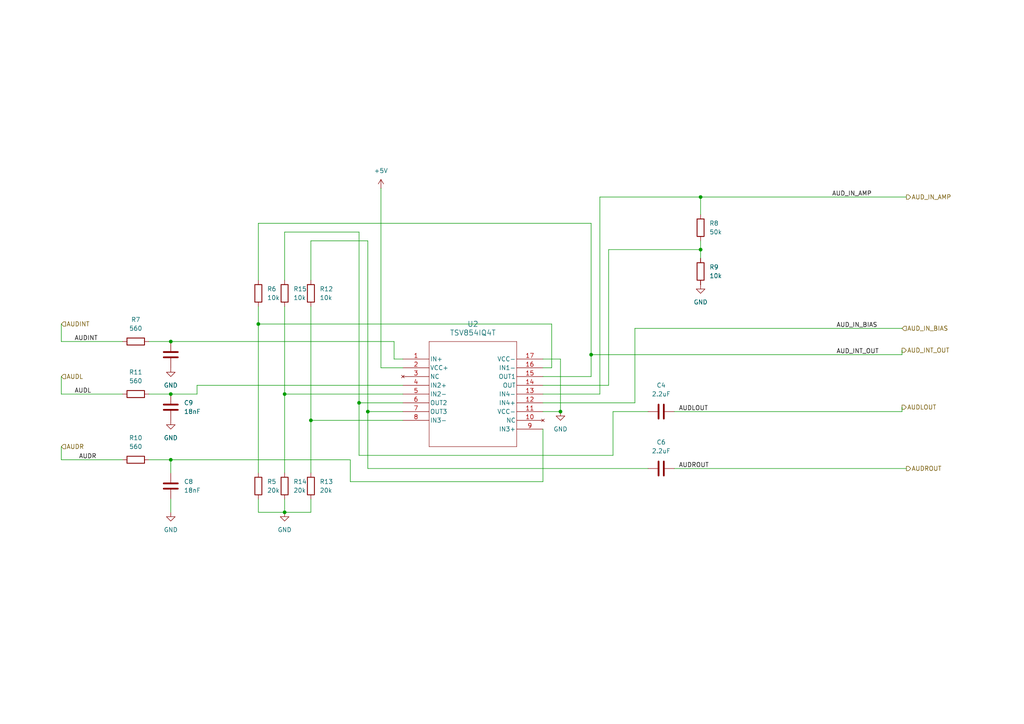
<source format=kicad_sch>
(kicad_sch
	(version 20250114)
	(generator "eeschema")
	(generator_version "9.0")
	(uuid "0d9d09b5-90ba-4c19-8042-ba33067acef6")
	(paper "A4")
	(lib_symbols
		(symbol "Device:C"
			(pin_numbers
				(hide yes)
			)
			(pin_names
				(offset 0.254)
			)
			(exclude_from_sim no)
			(in_bom yes)
			(on_board yes)
			(property "Reference" "C"
				(at 0.635 2.54 0)
				(effects
					(font
						(size 1.27 1.27)
					)
					(justify left)
				)
			)
			(property "Value" "C"
				(at 0.635 -2.54 0)
				(effects
					(font
						(size 1.27 1.27)
					)
					(justify left)
				)
			)
			(property "Footprint" ""
				(at 0.9652 -3.81 0)
				(effects
					(font
						(size 1.27 1.27)
					)
					(hide yes)
				)
			)
			(property "Datasheet" "~"
				(at 0 0 0)
				(effects
					(font
						(size 1.27 1.27)
					)
					(hide yes)
				)
			)
			(property "Description" "Unpolarized capacitor"
				(at 0 0 0)
				(effects
					(font
						(size 1.27 1.27)
					)
					(hide yes)
				)
			)
			(property "ki_keywords" "cap capacitor"
				(at 0 0 0)
				(effects
					(font
						(size 1.27 1.27)
					)
					(hide yes)
				)
			)
			(property "ki_fp_filters" "C_*"
				(at 0 0 0)
				(effects
					(font
						(size 1.27 1.27)
					)
					(hide yes)
				)
			)
			(symbol "C_0_1"
				(polyline
					(pts
						(xy -2.032 0.762) (xy 2.032 0.762)
					)
					(stroke
						(width 0.508)
						(type default)
					)
					(fill
						(type none)
					)
				)
				(polyline
					(pts
						(xy -2.032 -0.762) (xy 2.032 -0.762)
					)
					(stroke
						(width 0.508)
						(type default)
					)
					(fill
						(type none)
					)
				)
			)
			(symbol "C_1_1"
				(pin passive line
					(at 0 3.81 270)
					(length 2.794)
					(name "~"
						(effects
							(font
								(size 1.27 1.27)
							)
						)
					)
					(number "1"
						(effects
							(font
								(size 1.27 1.27)
							)
						)
					)
				)
				(pin passive line
					(at 0 -3.81 90)
					(length 2.794)
					(name "~"
						(effects
							(font
								(size 1.27 1.27)
							)
						)
					)
					(number "2"
						(effects
							(font
								(size 1.27 1.27)
							)
						)
					)
				)
			)
			(embedded_fonts no)
		)
		(symbol "Device:R"
			(pin_numbers
				(hide yes)
			)
			(pin_names
				(offset 0)
			)
			(exclude_from_sim no)
			(in_bom yes)
			(on_board yes)
			(property "Reference" "R"
				(at 2.032 0 90)
				(effects
					(font
						(size 1.27 1.27)
					)
				)
			)
			(property "Value" "R"
				(at 0 0 90)
				(effects
					(font
						(size 1.27 1.27)
					)
				)
			)
			(property "Footprint" ""
				(at -1.778 0 90)
				(effects
					(font
						(size 1.27 1.27)
					)
					(hide yes)
				)
			)
			(property "Datasheet" "~"
				(at 0 0 0)
				(effects
					(font
						(size 1.27 1.27)
					)
					(hide yes)
				)
			)
			(property "Description" "Resistor"
				(at 0 0 0)
				(effects
					(font
						(size 1.27 1.27)
					)
					(hide yes)
				)
			)
			(property "ki_keywords" "R res resistor"
				(at 0 0 0)
				(effects
					(font
						(size 1.27 1.27)
					)
					(hide yes)
				)
			)
			(property "ki_fp_filters" "R_*"
				(at 0 0 0)
				(effects
					(font
						(size 1.27 1.27)
					)
					(hide yes)
				)
			)
			(symbol "R_0_1"
				(rectangle
					(start -1.016 -2.54)
					(end 1.016 2.54)
					(stroke
						(width 0.254)
						(type default)
					)
					(fill
						(type none)
					)
				)
			)
			(symbol "R_1_1"
				(pin passive line
					(at 0 3.81 270)
					(length 1.27)
					(name "~"
						(effects
							(font
								(size 1.27 1.27)
							)
						)
					)
					(number "1"
						(effects
							(font
								(size 1.27 1.27)
							)
						)
					)
				)
				(pin passive line
					(at 0 -3.81 90)
					(length 1.27)
					(name "~"
						(effects
							(font
								(size 1.27 1.27)
							)
						)
					)
					(number "2"
						(effects
							(font
								(size 1.27 1.27)
							)
						)
					)
				)
			)
			(embedded_fonts no)
		)
		(symbol "power:+5V"
			(power)
			(pin_numbers
				(hide yes)
			)
			(pin_names
				(offset 0)
				(hide yes)
			)
			(exclude_from_sim no)
			(in_bom yes)
			(on_board yes)
			(property "Reference" "#PWR"
				(at 0 -3.81 0)
				(effects
					(font
						(size 1.27 1.27)
					)
					(hide yes)
				)
			)
			(property "Value" "+5V"
				(at 0 3.556 0)
				(effects
					(font
						(size 1.27 1.27)
					)
				)
			)
			(property "Footprint" ""
				(at 0 0 0)
				(effects
					(font
						(size 1.27 1.27)
					)
					(hide yes)
				)
			)
			(property "Datasheet" ""
				(at 0 0 0)
				(effects
					(font
						(size 1.27 1.27)
					)
					(hide yes)
				)
			)
			(property "Description" "Power symbol creates a global label with name \"+5V\""
				(at 0 0 0)
				(effects
					(font
						(size 1.27 1.27)
					)
					(hide yes)
				)
			)
			(property "ki_keywords" "global power"
				(at 0 0 0)
				(effects
					(font
						(size 1.27 1.27)
					)
					(hide yes)
				)
			)
			(symbol "+5V_0_1"
				(polyline
					(pts
						(xy -0.762 1.27) (xy 0 2.54)
					)
					(stroke
						(width 0)
						(type default)
					)
					(fill
						(type none)
					)
				)
				(polyline
					(pts
						(xy 0 2.54) (xy 0.762 1.27)
					)
					(stroke
						(width 0)
						(type default)
					)
					(fill
						(type none)
					)
				)
				(polyline
					(pts
						(xy 0 0) (xy 0 2.54)
					)
					(stroke
						(width 0)
						(type default)
					)
					(fill
						(type none)
					)
				)
			)
			(symbol "+5V_1_1"
				(pin power_in line
					(at 0 0 90)
					(length 0)
					(name "~"
						(effects
							(font
								(size 1.27 1.27)
							)
						)
					)
					(number "1"
						(effects
							(font
								(size 1.27 1.27)
							)
						)
					)
				)
			)
			(embedded_fonts no)
		)
		(symbol "power:GND"
			(power)
			(pin_numbers
				(hide yes)
			)
			(pin_names
				(offset 0)
				(hide yes)
			)
			(exclude_from_sim no)
			(in_bom yes)
			(on_board yes)
			(property "Reference" "#PWR"
				(at 0 -6.35 0)
				(effects
					(font
						(size 1.27 1.27)
					)
					(hide yes)
				)
			)
			(property "Value" "GND"
				(at 0 -3.81 0)
				(effects
					(font
						(size 1.27 1.27)
					)
				)
			)
			(property "Footprint" ""
				(at 0 0 0)
				(effects
					(font
						(size 1.27 1.27)
					)
					(hide yes)
				)
			)
			(property "Datasheet" ""
				(at 0 0 0)
				(effects
					(font
						(size 1.27 1.27)
					)
					(hide yes)
				)
			)
			(property "Description" "Power symbol creates a global label with name \"GND\" , ground"
				(at 0 0 0)
				(effects
					(font
						(size 1.27 1.27)
					)
					(hide yes)
				)
			)
			(property "ki_keywords" "global power"
				(at 0 0 0)
				(effects
					(font
						(size 1.27 1.27)
					)
					(hide yes)
				)
			)
			(symbol "GND_0_1"
				(polyline
					(pts
						(xy 0 0) (xy 0 -1.27) (xy 1.27 -1.27) (xy 0 -2.54) (xy -1.27 -1.27) (xy 0 -1.27)
					)
					(stroke
						(width 0)
						(type default)
					)
					(fill
						(type none)
					)
				)
			)
			(symbol "GND_1_1"
				(pin power_in line
					(at 0 0 270)
					(length 0)
					(name "~"
						(effects
							(font
								(size 1.27 1.27)
							)
						)
					)
					(number "1"
						(effects
							(font
								(size 1.27 1.27)
							)
						)
					)
				)
			)
			(embedded_fonts no)
		)
		(symbol "tsv854:TSV854IQ4T"
			(pin_names
				(offset 0.254)
			)
			(exclude_from_sim no)
			(in_bom yes)
			(on_board yes)
			(property "Reference" "U"
				(at 20.32 10.16 0)
				(effects
					(font
						(size 1.524 1.524)
					)
				)
			)
			(property "Value" "TSV854IQ4T"
				(at 20.32 7.62 0)
				(effects
					(font
						(size 1.524 1.524)
					)
				)
			)
			(property "Footprint" "QFN16_3X3_STM"
				(at 0 0 0)
				(effects
					(font
						(size 1.27 1.27)
						(italic yes)
					)
					(hide yes)
				)
			)
			(property "Datasheet" "TSV854IQ4T"
				(at 0 0 0)
				(effects
					(font
						(size 1.27 1.27)
						(italic yes)
					)
					(hide yes)
				)
			)
			(property "Description" ""
				(at 0 0 0)
				(effects
					(font
						(size 1.27 1.27)
					)
					(hide yes)
				)
			)
			(property "ki_locked" ""
				(at 0 0 0)
				(effects
					(font
						(size 1.27 1.27)
					)
				)
			)
			(property "ki_keywords" "TSV854IQ4T"
				(at 0 0 0)
				(effects
					(font
						(size 1.27 1.27)
					)
					(hide yes)
				)
			)
			(property "ki_fp_filters" "QFN16_3X3_STM QFN16_3X3_STM-M QFN16_3X3_STM-L"
				(at 0 0 0)
				(effects
					(font
						(size 1.27 1.27)
					)
					(hide yes)
				)
			)
			(symbol "TSV854IQ4T_0_1"
				(polyline
					(pts
						(xy 7.62 5.08) (xy 7.62 -25.4)
					)
					(stroke
						(width 0.127)
						(type default)
					)
					(fill
						(type none)
					)
				)
				(polyline
					(pts
						(xy 7.62 -25.4) (xy 33.02 -25.4)
					)
					(stroke
						(width 0.127)
						(type default)
					)
					(fill
						(type none)
					)
				)
				(polyline
					(pts
						(xy 33.02 5.08) (xy 7.62 5.08)
					)
					(stroke
						(width 0.127)
						(type default)
					)
					(fill
						(type none)
					)
				)
				(polyline
					(pts
						(xy 33.02 -25.4) (xy 33.02 5.08)
					)
					(stroke
						(width 0.127)
						(type default)
					)
					(fill
						(type none)
					)
				)
				(pin input line
					(at 0 0 0)
					(length 7.62)
					(name "IN+"
						(effects
							(font
								(size 1.27 1.27)
							)
						)
					)
					(number "1"
						(effects
							(font
								(size 1.27 1.27)
							)
						)
					)
				)
				(pin power_in line
					(at 0 -2.54 0)
					(length 7.62)
					(name "VCC+"
						(effects
							(font
								(size 1.27 1.27)
							)
						)
					)
					(number "2"
						(effects
							(font
								(size 1.27 1.27)
							)
						)
					)
				)
				(pin no_connect line
					(at 0 -5.08 0)
					(length 7.62)
					(name "NC"
						(effects
							(font
								(size 1.27 1.27)
							)
						)
					)
					(number "3"
						(effects
							(font
								(size 1.27 1.27)
							)
						)
					)
				)
				(pin input line
					(at 0 -7.62 0)
					(length 7.62)
					(name "IN2+"
						(effects
							(font
								(size 1.27 1.27)
							)
						)
					)
					(number "4"
						(effects
							(font
								(size 1.27 1.27)
							)
						)
					)
				)
				(pin input line
					(at 0 -10.16 0)
					(length 7.62)
					(name "IN2-"
						(effects
							(font
								(size 1.27 1.27)
							)
						)
					)
					(number "5"
						(effects
							(font
								(size 1.27 1.27)
							)
						)
					)
				)
				(pin output line
					(at 0 -12.7 0)
					(length 7.62)
					(name "OUT2"
						(effects
							(font
								(size 1.27 1.27)
							)
						)
					)
					(number "6"
						(effects
							(font
								(size 1.27 1.27)
							)
						)
					)
				)
				(pin output line
					(at 0 -15.24 0)
					(length 7.62)
					(name "OUT3"
						(effects
							(font
								(size 1.27 1.27)
							)
						)
					)
					(number "7"
						(effects
							(font
								(size 1.27 1.27)
							)
						)
					)
				)
				(pin input line
					(at 0 -17.78 0)
					(length 7.62)
					(name "IN3-"
						(effects
							(font
								(size 1.27 1.27)
							)
						)
					)
					(number "8"
						(effects
							(font
								(size 1.27 1.27)
							)
						)
					)
				)
				(pin power_in line
					(at 40.64 0 180)
					(length 7.62)
					(name "VCC-"
						(effects
							(font
								(size 1.27 1.27)
							)
						)
					)
					(number "17"
						(effects
							(font
								(size 1.27 1.27)
							)
						)
					)
				)
				(pin input line
					(at 40.64 -2.54 180)
					(length 7.62)
					(name "IN1-"
						(effects
							(font
								(size 1.27 1.27)
							)
						)
					)
					(number "16"
						(effects
							(font
								(size 1.27 1.27)
							)
						)
					)
				)
				(pin output line
					(at 40.64 -5.08 180)
					(length 7.62)
					(name "OUT1"
						(effects
							(font
								(size 1.27 1.27)
							)
						)
					)
					(number "15"
						(effects
							(font
								(size 1.27 1.27)
							)
						)
					)
				)
				(pin output line
					(at 40.64 -7.62 180)
					(length 7.62)
					(name "OUT"
						(effects
							(font
								(size 1.27 1.27)
							)
						)
					)
					(number "14"
						(effects
							(font
								(size 1.27 1.27)
							)
						)
					)
				)
				(pin input line
					(at 40.64 -10.16 180)
					(length 7.62)
					(name "IN4-"
						(effects
							(font
								(size 1.27 1.27)
							)
						)
					)
					(number "13"
						(effects
							(font
								(size 1.27 1.27)
							)
						)
					)
				)
				(pin input line
					(at 40.64 -12.7 180)
					(length 7.62)
					(name "IN4+"
						(effects
							(font
								(size 1.27 1.27)
							)
						)
					)
					(number "12"
						(effects
							(font
								(size 1.27 1.27)
							)
						)
					)
				)
				(pin power_in line
					(at 40.64 -15.24 180)
					(length 7.62)
					(name "VCC-"
						(effects
							(font
								(size 1.27 1.27)
							)
						)
					)
					(number "11"
						(effects
							(font
								(size 1.27 1.27)
							)
						)
					)
				)
				(pin no_connect line
					(at 40.64 -17.78 180)
					(length 7.62)
					(name "NC"
						(effects
							(font
								(size 1.27 1.27)
							)
						)
					)
					(number "10"
						(effects
							(font
								(size 1.27 1.27)
							)
						)
					)
				)
				(pin input line
					(at 40.64 -20.32 180)
					(length 7.62)
					(name "IN3+"
						(effects
							(font
								(size 1.27 1.27)
							)
						)
					)
					(number "9"
						(effects
							(font
								(size 1.27 1.27)
							)
						)
					)
				)
			)
			(embedded_fonts no)
		)
	)
	(junction
		(at 104.14 116.84)
		(diameter 0)
		(color 0 0 0 0)
		(uuid "2ffee229-b72a-4ba7-8b01-af9ca16bc921")
	)
	(junction
		(at 203.2 72.39)
		(diameter 0)
		(color 0 0 0 0)
		(uuid "37578e09-3225-4dc3-b3f4-e563b3ed4488")
	)
	(junction
		(at 90.17 121.92)
		(diameter 0)
		(color 0 0 0 0)
		(uuid "49cb0b6f-5c76-4a29-b25f-eb6ff014cf96")
	)
	(junction
		(at 49.53 133.35)
		(diameter 0)
		(color 0 0 0 0)
		(uuid "6d3fd435-4cae-482d-9ced-70aa5794d7e8")
	)
	(junction
		(at 203.2 57.15)
		(diameter 0)
		(color 0 0 0 0)
		(uuid "7dc97c82-b5d3-4bb8-971c-250eec6dc043")
	)
	(junction
		(at 82.55 148.59)
		(diameter 0)
		(color 0 0 0 0)
		(uuid "8816735e-3775-41f5-845d-01af961798cf")
	)
	(junction
		(at 49.53 99.06)
		(diameter 0)
		(color 0 0 0 0)
		(uuid "91ab528f-a75f-4311-a7e7-31f8bc72cab0")
	)
	(junction
		(at 171.45 102.87)
		(diameter 0)
		(color 0 0 0 0)
		(uuid "d2e92a07-fe40-438f-b358-ee6add87b48e")
	)
	(junction
		(at 74.93 93.98)
		(diameter 0)
		(color 0 0 0 0)
		(uuid "d3d8af00-d6d3-4437-a8e7-73b84939e090")
	)
	(junction
		(at 49.53 114.3)
		(diameter 0)
		(color 0 0 0 0)
		(uuid "d4871015-7b02-430b-883f-56fff6e17c3e")
	)
	(junction
		(at 162.56 119.38)
		(diameter 0)
		(color 0 0 0 0)
		(uuid "dd5acc39-1aac-4ddc-bd00-29eae6cc968e")
	)
	(junction
		(at 106.68 119.38)
		(diameter 0)
		(color 0 0 0 0)
		(uuid "e6661e37-932a-42ea-b70a-f111d856d481")
	)
	(junction
		(at 82.55 114.3)
		(diameter 0)
		(color 0 0 0 0)
		(uuid "ffd66eda-62cc-4287-ba40-ae65838a106a")
	)
	(wire
		(pts
			(xy 171.45 102.87) (xy 171.45 64.77)
		)
		(stroke
			(width 0)
			(type default)
		)
		(uuid "01a5abd4-59cb-4e57-ab9d-a93201d5ed68")
	)
	(wire
		(pts
			(xy 157.48 109.22) (xy 171.45 109.22)
		)
		(stroke
			(width 0)
			(type default)
		)
		(uuid "0364514e-3d3e-4584-92d0-2c47935efece")
	)
	(wire
		(pts
			(xy 17.78 93.98) (xy 17.78 99.06)
		)
		(stroke
			(width 0)
			(type default)
		)
		(uuid "03a22117-a2b8-4425-8c09-993bfbf4da9b")
	)
	(wire
		(pts
			(xy 114.3 104.14) (xy 114.3 99.06)
		)
		(stroke
			(width 0)
			(type default)
		)
		(uuid "04aba188-583b-4ced-963a-126b19a9530f")
	)
	(wire
		(pts
			(xy 49.53 144.78) (xy 49.53 148.59)
		)
		(stroke
			(width 0)
			(type default)
		)
		(uuid "04c2677a-1c96-40a3-bb94-c28b94480a73")
	)
	(wire
		(pts
			(xy 160.02 93.98) (xy 74.93 93.98)
		)
		(stroke
			(width 0)
			(type default)
		)
		(uuid "057e5d30-a5f2-462c-8661-656f872c96e2")
	)
	(wire
		(pts
			(xy 157.48 119.38) (xy 162.56 119.38)
		)
		(stroke
			(width 0)
			(type default)
		)
		(uuid "058b1392-155f-48ad-979c-165430dd1cc9")
	)
	(wire
		(pts
			(xy 177.8 119.38) (xy 187.96 119.38)
		)
		(stroke
			(width 0)
			(type default)
		)
		(uuid "0801dab3-8fed-4906-a5e6-68d76e7afbb1")
	)
	(wire
		(pts
			(xy 116.84 106.68) (xy 110.49 106.68)
		)
		(stroke
			(width 0)
			(type default)
		)
		(uuid "086b7d16-b96b-47fe-ad90-11abd02c3637")
	)
	(wire
		(pts
			(xy 110.49 54.61) (xy 110.49 106.68)
		)
		(stroke
			(width 0)
			(type default)
		)
		(uuid "1092aa7e-1f04-425c-8e09-a70c12675fd9")
	)
	(wire
		(pts
			(xy 106.68 69.85) (xy 90.17 69.85)
		)
		(stroke
			(width 0)
			(type default)
		)
		(uuid "19d5803e-32b5-47cd-adf8-a2fcdafdf73b")
	)
	(wire
		(pts
			(xy 157.48 124.46) (xy 157.48 139.7)
		)
		(stroke
			(width 0)
			(type default)
		)
		(uuid "19f11729-9ba2-47c5-a7c9-b669b4b70fd7")
	)
	(wire
		(pts
			(xy 261.62 119.38) (xy 261.62 118.11)
		)
		(stroke
			(width 0)
			(type default)
		)
		(uuid "1c862562-2132-425a-ab75-c6d5f62120e4")
	)
	(wire
		(pts
			(xy 173.99 57.15) (xy 173.99 114.3)
		)
		(stroke
			(width 0)
			(type default)
		)
		(uuid "24251544-4b83-400f-aea0-60fb323bbbc5")
	)
	(wire
		(pts
			(xy 176.53 72.39) (xy 176.53 111.76)
		)
		(stroke
			(width 0)
			(type default)
		)
		(uuid "26392363-0227-4473-96c6-d50abb9b42da")
	)
	(wire
		(pts
			(xy 104.14 67.31) (xy 104.14 116.84)
		)
		(stroke
			(width 0)
			(type default)
		)
		(uuid "267ac94d-2527-44a2-a2d8-ebfa150c8627")
	)
	(wire
		(pts
			(xy 74.93 93.98) (xy 74.93 137.16)
		)
		(stroke
			(width 0)
			(type default)
		)
		(uuid "26ce84dc-8e8a-4a5a-af26-0a3b95352067")
	)
	(wire
		(pts
			(xy 43.18 133.35) (xy 49.53 133.35)
		)
		(stroke
			(width 0)
			(type default)
		)
		(uuid "27022f00-f07f-40e0-aaf7-94763a8c8fc6")
	)
	(wire
		(pts
			(xy 104.14 116.84) (xy 104.14 132.08)
		)
		(stroke
			(width 0)
			(type default)
		)
		(uuid "2a661bbd-7da7-4cba-b8fd-38fcad70217b")
	)
	(wire
		(pts
			(xy 82.55 114.3) (xy 116.84 114.3)
		)
		(stroke
			(width 0)
			(type default)
		)
		(uuid "2c4d6bd0-c3ec-44ca-9011-32ae62413621")
	)
	(wire
		(pts
			(xy 43.18 114.3) (xy 49.53 114.3)
		)
		(stroke
			(width 0)
			(type default)
		)
		(uuid "2f3294ad-7aa3-4c11-9b9b-8a117bd89e8a")
	)
	(wire
		(pts
			(xy 171.45 102.87) (xy 261.62 102.87)
		)
		(stroke
			(width 0)
			(type default)
		)
		(uuid "35a0aa94-12a2-4e72-8524-9dd134f96356")
	)
	(wire
		(pts
			(xy 74.93 144.78) (xy 74.93 148.59)
		)
		(stroke
			(width 0)
			(type default)
		)
		(uuid "3677360b-b8b0-4947-875f-a0143a0ae3fb")
	)
	(wire
		(pts
			(xy 82.55 148.59) (xy 90.17 148.59)
		)
		(stroke
			(width 0)
			(type default)
		)
		(uuid "3b843b7f-1a2f-4465-bdc9-91d87cff901e")
	)
	(wire
		(pts
			(xy 101.6 133.35) (xy 101.6 139.7)
		)
		(stroke
			(width 0)
			(type default)
		)
		(uuid "3d1344c7-2672-4c77-98a7-9275753c528d")
	)
	(wire
		(pts
			(xy 74.93 148.59) (xy 82.55 148.59)
		)
		(stroke
			(width 0)
			(type default)
		)
		(uuid "3d8cbd8f-1ead-4f68-a267-f1b354b6c9b1")
	)
	(wire
		(pts
			(xy 157.48 116.84) (xy 184.15 116.84)
		)
		(stroke
			(width 0)
			(type default)
		)
		(uuid "4186ced8-0169-40da-8a85-85131ed9d2a7")
	)
	(wire
		(pts
			(xy 203.2 57.15) (xy 262.89 57.15)
		)
		(stroke
			(width 0)
			(type default)
		)
		(uuid "48c6be75-5f09-438d-ae1a-fddbb96640ab")
	)
	(wire
		(pts
			(xy 101.6 139.7) (xy 157.48 139.7)
		)
		(stroke
			(width 0)
			(type default)
		)
		(uuid "49031cfd-90d5-4a2d-a6b3-3b6692700f27")
	)
	(wire
		(pts
			(xy 157.48 114.3) (xy 173.99 114.3)
		)
		(stroke
			(width 0)
			(type default)
		)
		(uuid "4cceb930-ff00-49ac-9b96-6573d6705291")
	)
	(wire
		(pts
			(xy 203.2 69.85) (xy 203.2 72.39)
		)
		(stroke
			(width 0)
			(type default)
		)
		(uuid "4d40a315-6dcc-473c-87e2-41f2ee42b05d")
	)
	(wire
		(pts
			(xy 106.68 69.85) (xy 106.68 119.38)
		)
		(stroke
			(width 0)
			(type default)
		)
		(uuid "505a232f-6eb0-4782-baa9-377ce8339593")
	)
	(wire
		(pts
			(xy 162.56 104.14) (xy 162.56 119.38)
		)
		(stroke
			(width 0)
			(type default)
		)
		(uuid "54578d1b-c5cc-4cab-a6ad-e7fd39812aa3")
	)
	(wire
		(pts
			(xy 17.78 109.22) (xy 17.78 114.3)
		)
		(stroke
			(width 0)
			(type default)
		)
		(uuid "54f33f8a-7fb6-494d-97e0-b5bdb917a43d")
	)
	(wire
		(pts
			(xy 114.3 99.06) (xy 49.53 99.06)
		)
		(stroke
			(width 0)
			(type default)
		)
		(uuid "59254078-801c-4b19-a81c-23a85b7803d0")
	)
	(wire
		(pts
			(xy 184.15 116.84) (xy 184.15 95.25)
		)
		(stroke
			(width 0)
			(type default)
		)
		(uuid "5994283f-4cb5-46a2-8386-10cbf0c17f2f")
	)
	(wire
		(pts
			(xy 203.2 72.39) (xy 176.53 72.39)
		)
		(stroke
			(width 0)
			(type default)
		)
		(uuid "5b606f9e-0b72-445f-913a-d62be367166c")
	)
	(wire
		(pts
			(xy 173.99 57.15) (xy 203.2 57.15)
		)
		(stroke
			(width 0)
			(type default)
		)
		(uuid "610dcab2-e5b5-4bbc-80aa-704ba549d9ca")
	)
	(wire
		(pts
			(xy 116.84 104.14) (xy 114.3 104.14)
		)
		(stroke
			(width 0)
			(type default)
		)
		(uuid "6813a785-cf90-4800-89ce-6e59776b84b4")
	)
	(wire
		(pts
			(xy 104.14 67.31) (xy 82.55 67.31)
		)
		(stroke
			(width 0)
			(type default)
		)
		(uuid "696ce7a2-a7ae-42c0-9466-ef662ff4f942")
	)
	(wire
		(pts
			(xy 184.15 95.25) (xy 261.62 95.25)
		)
		(stroke
			(width 0)
			(type default)
		)
		(uuid "6dbf762f-8310-4208-b770-7fbe8778cd97")
	)
	(wire
		(pts
			(xy 157.48 111.76) (xy 176.53 111.76)
		)
		(stroke
			(width 0)
			(type default)
		)
		(uuid "74b92e77-ba99-4fc9-9569-ec683674bd35")
	)
	(wire
		(pts
			(xy 195.58 119.38) (xy 261.62 119.38)
		)
		(stroke
			(width 0)
			(type default)
		)
		(uuid "75f6ab37-77b6-43db-a9ad-da897b6ce437")
	)
	(wire
		(pts
			(xy 49.53 114.3) (xy 57.15 114.3)
		)
		(stroke
			(width 0)
			(type default)
		)
		(uuid "7a748406-e8c2-4f27-8282-baef1326aad4")
	)
	(wire
		(pts
			(xy 82.55 88.9) (xy 82.55 114.3)
		)
		(stroke
			(width 0)
			(type default)
		)
		(uuid "7f4286b0-4470-46c3-9035-ba8dab79622b")
	)
	(wire
		(pts
			(xy 82.55 114.3) (xy 82.55 137.16)
		)
		(stroke
			(width 0)
			(type default)
		)
		(uuid "88f3efba-b390-47d1-9f80-191d9d95591a")
	)
	(wire
		(pts
			(xy 203.2 72.39) (xy 203.2 74.93)
		)
		(stroke
			(width 0)
			(type default)
		)
		(uuid "891e9950-173a-43dc-8646-d56a40b8923d")
	)
	(wire
		(pts
			(xy 171.45 109.22) (xy 171.45 102.87)
		)
		(stroke
			(width 0)
			(type default)
		)
		(uuid "8c593ca7-6b96-4994-830f-280293f91fef")
	)
	(wire
		(pts
			(xy 49.53 133.35) (xy 101.6 133.35)
		)
		(stroke
			(width 0)
			(type default)
		)
		(uuid "9e1c678a-7ef8-4658-beba-876d37a2b9f6")
	)
	(wire
		(pts
			(xy 195.58 135.89) (xy 262.89 135.89)
		)
		(stroke
			(width 0)
			(type default)
		)
		(uuid "a74edcd1-5737-46e3-b65b-360b587c0c78")
	)
	(wire
		(pts
			(xy 157.48 106.68) (xy 160.02 106.68)
		)
		(stroke
			(width 0)
			(type default)
		)
		(uuid "ae2a7e57-8f5e-44fb-bdc9-355c4518274c")
	)
	(wire
		(pts
			(xy 104.14 132.08) (xy 177.8 132.08)
		)
		(stroke
			(width 0)
			(type default)
		)
		(uuid "af884401-43e9-4848-a124-79506495556d")
	)
	(wire
		(pts
			(xy 43.18 99.06) (xy 49.53 99.06)
		)
		(stroke
			(width 0)
			(type default)
		)
		(uuid "afb3cf30-190c-42b7-bbf4-4f683d94be50")
	)
	(wire
		(pts
			(xy 17.78 114.3) (xy 35.56 114.3)
		)
		(stroke
			(width 0)
			(type default)
		)
		(uuid "b11d20c9-cdc9-4e1b-a18b-4c8830209bd0")
	)
	(wire
		(pts
			(xy 49.53 133.35) (xy 49.53 137.16)
		)
		(stroke
			(width 0)
			(type default)
		)
		(uuid "b2a3107d-861d-4807-9aee-bcff627dac5a")
	)
	(wire
		(pts
			(xy 106.68 119.38) (xy 106.68 135.89)
		)
		(stroke
			(width 0)
			(type default)
		)
		(uuid "b5c7c26e-53a7-4439-9c4a-d9bdeab05c04")
	)
	(wire
		(pts
			(xy 90.17 121.92) (xy 116.84 121.92)
		)
		(stroke
			(width 0)
			(type default)
		)
		(uuid "bb31a15c-67c9-4199-b556-11e9cb69bb1d")
	)
	(wire
		(pts
			(xy 82.55 144.78) (xy 82.55 148.59)
		)
		(stroke
			(width 0)
			(type default)
		)
		(uuid "bd7369a0-c353-40d5-8c95-e02cd3b8a853")
	)
	(wire
		(pts
			(xy 57.15 114.3) (xy 57.15 111.76)
		)
		(stroke
			(width 0)
			(type default)
		)
		(uuid "bfe763bf-9e82-433f-ab8c-5a325f87f495")
	)
	(wire
		(pts
			(xy 177.8 132.08) (xy 177.8 119.38)
		)
		(stroke
			(width 0)
			(type default)
		)
		(uuid "c2cc01bc-3b36-4e56-9ff5-777586f58f08")
	)
	(wire
		(pts
			(xy 90.17 121.92) (xy 90.17 137.16)
		)
		(stroke
			(width 0)
			(type default)
		)
		(uuid "c52ea524-372a-448a-92fa-5e839d7e2a3f")
	)
	(wire
		(pts
			(xy 90.17 88.9) (xy 90.17 121.92)
		)
		(stroke
			(width 0)
			(type default)
		)
		(uuid "c7ccbfa0-8022-445b-abdb-1c053f6bf047")
	)
	(wire
		(pts
			(xy 106.68 135.89) (xy 187.96 135.89)
		)
		(stroke
			(width 0)
			(type default)
		)
		(uuid "cbf6046f-5828-4210-86cc-21a68bf92045")
	)
	(wire
		(pts
			(xy 160.02 93.98) (xy 160.02 106.68)
		)
		(stroke
			(width 0)
			(type default)
		)
		(uuid "cd39e44e-329f-4502-a1ec-e10be0cdb6fb")
	)
	(wire
		(pts
			(xy 203.2 57.15) (xy 203.2 62.23)
		)
		(stroke
			(width 0)
			(type default)
		)
		(uuid "cd979289-c168-485b-b7cc-4873d7dd62d3")
	)
	(wire
		(pts
			(xy 104.14 116.84) (xy 116.84 116.84)
		)
		(stroke
			(width 0)
			(type default)
		)
		(uuid "cea47535-9bc7-4580-b6e9-b2f97b60e950")
	)
	(wire
		(pts
			(xy 17.78 133.35) (xy 35.56 133.35)
		)
		(stroke
			(width 0)
			(type default)
		)
		(uuid "cf902067-d1f0-4a94-af27-44c863ec3fec")
	)
	(wire
		(pts
			(xy 116.84 119.38) (xy 106.68 119.38)
		)
		(stroke
			(width 0)
			(type default)
		)
		(uuid "cfd80ce3-a18c-47ca-b550-2430b7aa8dd5")
	)
	(wire
		(pts
			(xy 82.55 67.31) (xy 82.55 81.28)
		)
		(stroke
			(width 0)
			(type default)
		)
		(uuid "d325fcde-aa18-4907-a3f5-f31e1552e4e7")
	)
	(wire
		(pts
			(xy 171.45 64.77) (xy 74.93 64.77)
		)
		(stroke
			(width 0)
			(type default)
		)
		(uuid "d89f6494-350c-464e-8d21-f3616a96f7f1")
	)
	(wire
		(pts
			(xy 261.62 102.87) (xy 261.62 101.6)
		)
		(stroke
			(width 0)
			(type default)
		)
		(uuid "dc386098-1069-4fcb-b211-1f3f9c02a902")
	)
	(wire
		(pts
			(xy 17.78 99.06) (xy 35.56 99.06)
		)
		(stroke
			(width 0)
			(type default)
		)
		(uuid "e03dca6a-88fe-4f4c-887c-5227942d3158")
	)
	(wire
		(pts
			(xy 57.15 111.76) (xy 116.84 111.76)
		)
		(stroke
			(width 0)
			(type default)
		)
		(uuid "e5f0f6f7-699f-4591-bfde-caccf2d15a94")
	)
	(wire
		(pts
			(xy 90.17 144.78) (xy 90.17 148.59)
		)
		(stroke
			(width 0)
			(type default)
		)
		(uuid "e8d19410-f763-473c-986f-21f26bc90874")
	)
	(wire
		(pts
			(xy 90.17 69.85) (xy 90.17 81.28)
		)
		(stroke
			(width 0)
			(type default)
		)
		(uuid "f4902964-0b7d-4596-99bc-3e36937dfa5d")
	)
	(wire
		(pts
			(xy 17.78 129.54) (xy 17.78 133.35)
		)
		(stroke
			(width 0)
			(type default)
		)
		(uuid "f72747a6-b4d8-431b-93d5-796eaec1919a")
	)
	(wire
		(pts
			(xy 157.48 104.14) (xy 162.56 104.14)
		)
		(stroke
			(width 0)
			(type default)
		)
		(uuid "f9152313-b269-42ff-bb74-5a4fe3e09d60")
	)
	(wire
		(pts
			(xy 74.93 64.77) (xy 74.93 81.28)
		)
		(stroke
			(width 0)
			(type default)
		)
		(uuid "fe24b9df-9c38-4753-966d-73527e99ee7b")
	)
	(wire
		(pts
			(xy 74.93 88.9) (xy 74.93 93.98)
		)
		(stroke
			(width 0)
			(type default)
		)
		(uuid "fea062ec-c9de-4cd9-af71-82c2c16d98ea")
	)
	(label "AUD_IN_AMP"
		(at 241.3 57.15 0)
		(effects
			(font
				(size 1.27 1.27)
			)
			(justify left bottom)
		)
		(uuid "0b1173b0-46b2-497a-84be-48de18019f3d")
	)
	(label "AUD_INT_OUT"
		(at 242.57 102.87 0)
		(effects
			(font
				(size 1.27 1.27)
			)
			(justify left bottom)
		)
		(uuid "0d37b8ce-306f-443c-9050-f03bb263ed67")
	)
	(label "AUD_IN_BIAS"
		(at 242.57 95.25 0)
		(effects
			(font
				(size 1.27 1.27)
			)
			(justify left bottom)
		)
		(uuid "26f67193-92de-4bcd-8c61-bcc6d21a8657")
	)
	(label "AUDINT"
		(at 21.59 99.06 0)
		(effects
			(font
				(size 1.27 1.27)
			)
			(justify left bottom)
		)
		(uuid "6653fa70-748c-4606-b84e-d343e318c4da")
	)
	(label "AUDR"
		(at 22.86 133.35 0)
		(effects
			(font
				(size 1.27 1.27)
			)
			(justify left bottom)
		)
		(uuid "6ec286e1-eefb-4e82-8758-52b192603449")
	)
	(label "AUDROUT"
		(at 196.85 135.89 0)
		(effects
			(font
				(size 1.27 1.27)
			)
			(justify left bottom)
		)
		(uuid "8b7f5fb9-ac3f-4416-8378-3603575e562b")
	)
	(label "AUDLOUT"
		(at 196.85 119.38 0)
		(effects
			(font
				(size 1.27 1.27)
			)
			(justify left bottom)
		)
		(uuid "95e30fbf-64b7-45dc-868f-6dbf57f30360")
	)
	(label "AUDL"
		(at 21.59 114.3 0)
		(effects
			(font
				(size 1.27 1.27)
			)
			(justify left bottom)
		)
		(uuid "d34f7952-54af-4bad-8855-d150237a7400")
	)
	(hierarchical_label "AUD_INT_OUT"
		(shape output)
		(at 261.62 101.6 0)
		(effects
			(font
				(size 1.27 1.27)
			)
			(justify left)
		)
		(uuid "08f13941-54e1-4749-8f73-e4446cf9793a")
	)
	(hierarchical_label "AUDL"
		(shape input)
		(at 17.78 109.22 0)
		(effects
			(font
				(size 1.27 1.27)
			)
			(justify left)
		)
		(uuid "13a2cd95-5740-41c1-a251-b0fed1cb326d")
	)
	(hierarchical_label "AUDROUT"
		(shape output)
		(at 262.89 135.89 0)
		(effects
			(font
				(size 1.27 1.27)
			)
			(justify left)
		)
		(uuid "21eb8ff0-0c86-4b08-af63-094035a85633")
	)
	(hierarchical_label "AUDR"
		(shape input)
		(at 17.78 129.54 0)
		(effects
			(font
				(size 1.27 1.27)
			)
			(justify left)
		)
		(uuid "409f5e6b-aa08-4812-8121-a0c3b05ac36d")
	)
	(hierarchical_label "AUD_IN_AMP"
		(shape output)
		(at 262.89 57.15 0)
		(effects
			(font
				(size 1.27 1.27)
			)
			(justify left)
		)
		(uuid "92d835ba-f8b2-48c3-8e16-322f0eea0762")
	)
	(hierarchical_label "AUD_IN_BIAS"
		(shape input)
		(at 261.62 95.25 0)
		(effects
			(font
				(size 1.27 1.27)
			)
			(justify left)
		)
		(uuid "b9d8ef20-9cab-4863-8bca-b9ca1d6749ed")
	)
	(hierarchical_label "AUDLOUT"
		(shape output)
		(at 261.62 118.11 0)
		(effects
			(font
				(size 1.27 1.27)
			)
			(justify left)
		)
		(uuid "d860db8e-0398-4160-89c2-fb4d6943d4e2")
	)
	(hierarchical_label "AUDINT"
		(shape input)
		(at 17.78 93.98 0)
		(effects
			(font
				(size 1.27 1.27)
			)
			(justify left)
		)
		(uuid "f6aa412d-efee-4126-8bc2-afdc71ad7adb")
	)
	(symbol
		(lib_id "Device:C")
		(at 49.53 102.87 0)
		(unit 1)
		(exclude_from_sim no)
		(in_bom yes)
		(on_board yes)
		(dnp no)
		(fields_autoplaced yes)
		(uuid "0d7769d6-22f7-4d9e-9c65-6dc69e3e666b")
		(property "Reference" "C5"
			(at 53.34 101.5999 0)
			(effects
				(font
					(size 1.27 1.27)
				)
				(justify left)
				(hide yes)
			)
		)
		(property "Value" "18nF"
			(at 53.34 104.1399 0)
			(effects
				(font
					(size 1.27 1.27)
				)
				(justify left)
				(hide yes)
			)
		)
		(property "Footprint" "Capacitor_SMD:C_0402_1005Metric"
			(at 50.4952 106.68 0)
			(effects
				(font
					(size 1.27 1.27)
				)
				(hide yes)
			)
		)
		(property "Datasheet" "~"
			(at 49.53 102.87 0)
			(effects
				(font
					(size 1.27 1.27)
				)
				(hide yes)
			)
		)
		(property "Description" "Unpolarized capacitor"
			(at 49.53 102.87 0)
			(effects
				(font
					(size 1.27 1.27)
				)
				(hide yes)
			)
		)
		(pin "1"
			(uuid "9caff73f-e188-47ff-90e1-4a4820896c5e")
		)
		(pin "2"
			(uuid "0d77c015-ce01-4db6-9d02-e8f9b41df8ef")
		)
		(instances
			(project ""
				(path "/f8f92944-710a-49a0-a698-f840e5f20e15/82ba8f9b-a44c-4965-afdf-636054a8ceef"
					(reference "C5")
					(unit 1)
				)
			)
		)
	)
	(symbol
		(lib_id "Device:C")
		(at 191.77 119.38 90)
		(unit 1)
		(exclude_from_sim no)
		(in_bom yes)
		(on_board yes)
		(dnp no)
		(fields_autoplaced yes)
		(uuid "17d98da9-3746-4535-a3ec-24efbc4e40a3")
		(property "Reference" "C4"
			(at 191.77 111.76 90)
			(effects
				(font
					(size 1.27 1.27)
				)
			)
		)
		(property "Value" "2.2uF"
			(at 191.77 114.3 90)
			(effects
				(font
					(size 1.27 1.27)
				)
			)
		)
		(property "Footprint" "Capacitor_SMD:C_0603_1608Metric"
			(at 195.58 118.4148 0)
			(effects
				(font
					(size 1.27 1.27)
				)
				(hide yes)
			)
		)
		(property "Datasheet" "~"
			(at 191.77 119.38 0)
			(effects
				(font
					(size 1.27 1.27)
				)
				(hide yes)
			)
		)
		(property "Description" "Unpolarized capacitor"
			(at 191.77 119.38 0)
			(effects
				(font
					(size 1.27 1.27)
				)
				(hide yes)
			)
		)
		(pin "1"
			(uuid "f238190b-ed4c-4303-86ac-3d96835f88dc")
		)
		(pin "2"
			(uuid "d8b73b6b-2176-4f6f-8086-4ad6e313cd31")
		)
		(instances
			(project ""
				(path "/f8f92944-710a-49a0-a698-f840e5f20e15/82ba8f9b-a44c-4965-afdf-636054a8ceef"
					(reference "C4")
					(unit 1)
				)
			)
		)
	)
	(symbol
		(lib_id "power:+5V")
		(at 110.49 54.61 0)
		(unit 1)
		(exclude_from_sim no)
		(in_bom yes)
		(on_board yes)
		(dnp no)
		(fields_autoplaced yes)
		(uuid "323efa29-a9a5-4f20-a1ad-ff615af34381")
		(property "Reference" "#PWR04"
			(at 110.49 58.42 0)
			(effects
				(font
					(size 1.27 1.27)
				)
				(hide yes)
			)
		)
		(property "Value" "+5V"
			(at 110.49 49.53 0)
			(effects
				(font
					(size 1.27 1.27)
				)
			)
		)
		(property "Footprint" ""
			(at 110.49 54.61 0)
			(effects
				(font
					(size 1.27 1.27)
				)
				(hide yes)
			)
		)
		(property "Datasheet" ""
			(at 110.49 54.61 0)
			(effects
				(font
					(size 1.27 1.27)
				)
				(hide yes)
			)
		)
		(property "Description" "Power symbol creates a global label with name \"+5V\""
			(at 110.49 54.61 0)
			(effects
				(font
					(size 1.27 1.27)
				)
				(hide yes)
			)
		)
		(pin "1"
			(uuid "dcf85c45-1491-4d75-af28-c34e728499ad")
		)
		(instances
			(project ""
				(path "/f8f92944-710a-49a0-a698-f840e5f20e15/82ba8f9b-a44c-4965-afdf-636054a8ceef"
					(reference "#PWR04")
					(unit 1)
				)
			)
		)
	)
	(symbol
		(lib_id "power:GND")
		(at 49.53 106.68 0)
		(unit 1)
		(exclude_from_sim no)
		(in_bom yes)
		(on_board yes)
		(dnp no)
		(uuid "366dec4c-a197-48e9-8aab-228c54238fed")
		(property "Reference" "#PWR05"
			(at 49.53 113.03 0)
			(effects
				(font
					(size 1.27 1.27)
				)
				(hide yes)
			)
		)
		(property "Value" "GND"
			(at 49.53 111.76 0)
			(effects
				(font
					(size 1.27 1.27)
				)
			)
		)
		(property "Footprint" ""
			(at 49.53 106.68 0)
			(effects
				(font
					(size 1.27 1.27)
				)
				(hide yes)
			)
		)
		(property "Datasheet" ""
			(at 49.53 106.68 0)
			(effects
				(font
					(size 1.27 1.27)
				)
				(hide yes)
			)
		)
		(property "Description" "Power symbol creates a global label with name \"GND\" , ground"
			(at 49.53 106.68 0)
			(effects
				(font
					(size 1.27 1.27)
				)
				(hide yes)
			)
		)
		(pin "1"
			(uuid "e050c6a1-901e-4f6f-a43e-673485c14f00")
		)
		(instances
			(project "pokeymax4b"
				(path "/f8f92944-710a-49a0-a698-f840e5f20e15/82ba8f9b-a44c-4965-afdf-636054a8ceef"
					(reference "#PWR05")
					(unit 1)
				)
			)
		)
	)
	(symbol
		(lib_id "power:GND")
		(at 203.2 82.55 0)
		(unit 1)
		(exclude_from_sim no)
		(in_bom yes)
		(on_board yes)
		(dnp no)
		(fields_autoplaced yes)
		(uuid "4357691c-18bb-4112-af18-1b01c703f083")
		(property "Reference" "#PWR019"
			(at 203.2 88.9 0)
			(effects
				(font
					(size 1.27 1.27)
				)
				(hide yes)
			)
		)
		(property "Value" "GND"
			(at 203.2 87.63 0)
			(effects
				(font
					(size 1.27 1.27)
				)
			)
		)
		(property "Footprint" ""
			(at 203.2 82.55 0)
			(effects
				(font
					(size 1.27 1.27)
				)
				(hide yes)
			)
		)
		(property "Datasheet" ""
			(at 203.2 82.55 0)
			(effects
				(font
					(size 1.27 1.27)
				)
				(hide yes)
			)
		)
		(property "Description" "Power symbol creates a global label with name \"GND\" , ground"
			(at 203.2 82.55 0)
			(effects
				(font
					(size 1.27 1.27)
				)
				(hide yes)
			)
		)
		(pin "1"
			(uuid "2ed34645-9a83-46d2-a465-d5cb029d82d2")
		)
		(instances
			(project ""
				(path "/f8f92944-710a-49a0-a698-f840e5f20e15/82ba8f9b-a44c-4965-afdf-636054a8ceef"
					(reference "#PWR019")
					(unit 1)
				)
			)
		)
	)
	(symbol
		(lib_id "Device:R")
		(at 39.37 99.06 90)
		(unit 1)
		(exclude_from_sim no)
		(in_bom yes)
		(on_board yes)
		(dnp no)
		(fields_autoplaced yes)
		(uuid "56b6209e-449e-4e2f-90ee-5c85bd8a93bd")
		(property "Reference" "R7"
			(at 39.37 92.71 90)
			(effects
				(font
					(size 1.27 1.27)
				)
			)
		)
		(property "Value" "560"
			(at 39.37 95.25 90)
			(effects
				(font
					(size 1.27 1.27)
				)
			)
		)
		(property "Footprint" "Resistor_SMD:R_0402_1005Metric"
			(at 39.37 100.838 90)
			(effects
				(font
					(size 1.27 1.27)
				)
				(hide yes)
			)
		)
		(property "Datasheet" "~"
			(at 39.37 99.06 0)
			(effects
				(font
					(size 1.27 1.27)
				)
				(hide yes)
			)
		)
		(property "Description" "Resistor"
			(at 39.37 99.06 0)
			(effects
				(font
					(size 1.27 1.27)
				)
				(hide yes)
			)
		)
		(pin "2"
			(uuid "28bad2f4-2cc9-4337-9818-4f76462eaf70")
		)
		(pin "1"
			(uuid "4dde1e6a-0c10-4143-ab12-10274a1aa13d")
		)
		(instances
			(project ""
				(path "/f8f92944-710a-49a0-a698-f840e5f20e15/82ba8f9b-a44c-4965-afdf-636054a8ceef"
					(reference "R7")
					(unit 1)
				)
			)
		)
	)
	(symbol
		(lib_id "power:GND")
		(at 49.53 121.92 0)
		(unit 1)
		(exclude_from_sim no)
		(in_bom yes)
		(on_board yes)
		(dnp no)
		(fields_autoplaced yes)
		(uuid "5e20c28e-3dc6-4036-9e5f-4e2518c2c8d0")
		(property "Reference" "#PWR06"
			(at 49.53 128.27 0)
			(effects
				(font
					(size 1.27 1.27)
				)
				(hide yes)
			)
		)
		(property "Value" "GND"
			(at 49.53 127 0)
			(effects
				(font
					(size 1.27 1.27)
				)
			)
		)
		(property "Footprint" ""
			(at 49.53 121.92 0)
			(effects
				(font
					(size 1.27 1.27)
				)
				(hide yes)
			)
		)
		(property "Datasheet" ""
			(at 49.53 121.92 0)
			(effects
				(font
					(size 1.27 1.27)
				)
				(hide yes)
			)
		)
		(property "Description" "Power symbol creates a global label with name \"GND\" , ground"
			(at 49.53 121.92 0)
			(effects
				(font
					(size 1.27 1.27)
				)
				(hide yes)
			)
		)
		(pin "1"
			(uuid "9aba0c48-af43-4f6f-8576-3cda11849139")
		)
		(instances
			(project "pokeymax4b"
				(path "/f8f92944-710a-49a0-a698-f840e5f20e15/82ba8f9b-a44c-4965-afdf-636054a8ceef"
					(reference "#PWR06")
					(unit 1)
				)
			)
		)
	)
	(symbol
		(lib_id "Device:R")
		(at 90.17 85.09 0)
		(unit 1)
		(exclude_from_sim no)
		(in_bom yes)
		(on_board yes)
		(dnp no)
		(fields_autoplaced yes)
		(uuid "5e5a44ac-f43b-4d66-a14c-97c738209ba8")
		(property "Reference" "R12"
			(at 92.71 83.8199 0)
			(effects
				(font
					(size 1.27 1.27)
				)
				(justify left)
			)
		)
		(property "Value" "10k"
			(at 92.71 86.3599 0)
			(effects
				(font
					(size 1.27 1.27)
				)
				(justify left)
			)
		)
		(property "Footprint" "Resistor_SMD:R_0402_1005Metric"
			(at 88.392 85.09 90)
			(effects
				(font
					(size 1.27 1.27)
				)
				(hide yes)
			)
		)
		(property "Datasheet" "~"
			(at 90.17 85.09 0)
			(effects
				(font
					(size 1.27 1.27)
				)
				(hide yes)
			)
		)
		(property "Description" "Resistor"
			(at 90.17 85.09 0)
			(effects
				(font
					(size 1.27 1.27)
				)
				(hide yes)
			)
		)
		(pin "1"
			(uuid "ed11f38e-4594-401e-a751-4b29cd3ddb6e")
		)
		(pin "2"
			(uuid "a714dabc-51b8-4869-a8eb-eedddf892d58")
		)
		(instances
			(project "pokeymax4b"
				(path "/f8f92944-710a-49a0-a698-f840e5f20e15/82ba8f9b-a44c-4965-afdf-636054a8ceef"
					(reference "R12")
					(unit 1)
				)
			)
		)
	)
	(symbol
		(lib_id "Device:R")
		(at 90.17 140.97 0)
		(unit 1)
		(exclude_from_sim no)
		(in_bom yes)
		(on_board yes)
		(dnp no)
		(fields_autoplaced yes)
		(uuid "66a8d576-e4bf-44c9-9e2b-1eebc6fafdce")
		(property "Reference" "R13"
			(at 92.71 139.6999 0)
			(effects
				(font
					(size 1.27 1.27)
				)
				(justify left)
			)
		)
		(property "Value" "20k"
			(at 92.71 142.2399 0)
			(effects
				(font
					(size 1.27 1.27)
				)
				(justify left)
			)
		)
		(property "Footprint" "Resistor_SMD:R_0402_1005Metric"
			(at 88.392 140.97 90)
			(effects
				(font
					(size 1.27 1.27)
				)
				(hide yes)
			)
		)
		(property "Datasheet" "~"
			(at 90.17 140.97 0)
			(effects
				(font
					(size 1.27 1.27)
				)
				(hide yes)
			)
		)
		(property "Description" "Resistor"
			(at 90.17 140.97 0)
			(effects
				(font
					(size 1.27 1.27)
				)
				(hide yes)
			)
		)
		(pin "1"
			(uuid "a772e65a-c9b4-46d9-afdd-f2f9468588e2")
		)
		(pin "2"
			(uuid "60e0302e-d349-401f-bd4d-f9e34dc27fed")
		)
		(instances
			(project ""
				(path "/f8f92944-710a-49a0-a698-f840e5f20e15/82ba8f9b-a44c-4965-afdf-636054a8ceef"
					(reference "R13")
					(unit 1)
				)
			)
		)
	)
	(symbol
		(lib_id "Device:R")
		(at 74.93 85.09 0)
		(unit 1)
		(exclude_from_sim no)
		(in_bom yes)
		(on_board yes)
		(dnp no)
		(fields_autoplaced yes)
		(uuid "7c412988-2e47-4d71-91bf-eb9f6c99ac62")
		(property "Reference" "R6"
			(at 77.47 83.8199 0)
			(effects
				(font
					(size 1.27 1.27)
				)
				(justify left)
			)
		)
		(property "Value" "10k"
			(at 77.47 86.3599 0)
			(effects
				(font
					(size 1.27 1.27)
				)
				(justify left)
			)
		)
		(property "Footprint" "Resistor_SMD:R_0402_1005Metric"
			(at 73.152 85.09 90)
			(effects
				(font
					(size 1.27 1.27)
				)
				(hide yes)
			)
		)
		(property "Datasheet" "~"
			(at 74.93 85.09 0)
			(effects
				(font
					(size 1.27 1.27)
				)
				(hide yes)
			)
		)
		(property "Description" "Resistor"
			(at 74.93 85.09 0)
			(effects
				(font
					(size 1.27 1.27)
				)
				(hide yes)
			)
		)
		(pin "2"
			(uuid "46a481d3-69e5-4a90-aec7-72116a81db2c")
		)
		(pin "1"
			(uuid "5a243ee3-786f-464f-b55d-d26312f39305")
		)
		(instances
			(project "pokeymax4b"
				(path "/f8f92944-710a-49a0-a698-f840e5f20e15/82ba8f9b-a44c-4965-afdf-636054a8ceef"
					(reference "R6")
					(unit 1)
				)
			)
		)
	)
	(symbol
		(lib_id "Device:R")
		(at 203.2 66.04 0)
		(unit 1)
		(exclude_from_sim no)
		(in_bom yes)
		(on_board yes)
		(dnp no)
		(fields_autoplaced yes)
		(uuid "82d95916-ded9-4398-a17b-8d5a9b47e911")
		(property "Reference" "R8"
			(at 205.74 64.7699 0)
			(effects
				(font
					(size 1.27 1.27)
				)
				(justify left)
			)
		)
		(property "Value" "50k"
			(at 205.74 67.3099 0)
			(effects
				(font
					(size 1.27 1.27)
				)
				(justify left)
			)
		)
		(property "Footprint" "Resistor_SMD:R_0402_1005Metric"
			(at 201.422 66.04 90)
			(effects
				(font
					(size 1.27 1.27)
				)
				(hide yes)
			)
		)
		(property "Datasheet" "~"
			(at 203.2 66.04 0)
			(effects
				(font
					(size 1.27 1.27)
				)
				(hide yes)
			)
		)
		(property "Description" "Resistor"
			(at 203.2 66.04 0)
			(effects
				(font
					(size 1.27 1.27)
				)
				(hide yes)
			)
		)
		(pin "2"
			(uuid "2a7040c5-dae4-43f7-b4ce-0eac769dcd61")
		)
		(pin "1"
			(uuid "0708ef85-a663-43bf-9ce8-8a5934ba7552")
		)
		(instances
			(project "pokeymax4b"
				(path "/f8f92944-710a-49a0-a698-f840e5f20e15/82ba8f9b-a44c-4965-afdf-636054a8ceef"
					(reference "R8")
					(unit 1)
				)
			)
		)
	)
	(symbol
		(lib_id "power:GND")
		(at 162.56 119.38 0)
		(unit 1)
		(exclude_from_sim no)
		(in_bom yes)
		(on_board yes)
		(dnp no)
		(fields_autoplaced yes)
		(uuid "8d01cd72-772b-4e7c-a598-f91900fb18cc")
		(property "Reference" "#PWR018"
			(at 162.56 125.73 0)
			(effects
				(font
					(size 1.27 1.27)
				)
				(hide yes)
			)
		)
		(property "Value" "GND"
			(at 162.56 124.46 0)
			(effects
				(font
					(size 1.27 1.27)
				)
			)
		)
		(property "Footprint" ""
			(at 162.56 119.38 0)
			(effects
				(font
					(size 1.27 1.27)
				)
				(hide yes)
			)
		)
		(property "Datasheet" ""
			(at 162.56 119.38 0)
			(effects
				(font
					(size 1.27 1.27)
				)
				(hide yes)
			)
		)
		(property "Description" "Power symbol creates a global label with name \"GND\" , ground"
			(at 162.56 119.38 0)
			(effects
				(font
					(size 1.27 1.27)
				)
				(hide yes)
			)
		)
		(pin "1"
			(uuid "16f786f0-2f9e-45d1-b663-d91cc578e2e2")
		)
		(instances
			(project ""
				(path "/f8f92944-710a-49a0-a698-f840e5f20e15/82ba8f9b-a44c-4965-afdf-636054a8ceef"
					(reference "#PWR018")
					(unit 1)
				)
			)
		)
	)
	(symbol
		(lib_id "Device:C")
		(at 191.77 135.89 90)
		(unit 1)
		(exclude_from_sim no)
		(in_bom yes)
		(on_board yes)
		(dnp no)
		(fields_autoplaced yes)
		(uuid "944920dc-2929-4380-b0e8-79ec11e959a8")
		(property "Reference" "C6"
			(at 191.77 128.27 90)
			(effects
				(font
					(size 1.27 1.27)
				)
			)
		)
		(property "Value" "2.2uF"
			(at 191.77 130.81 90)
			(effects
				(font
					(size 1.27 1.27)
				)
			)
		)
		(property "Footprint" "Capacitor_SMD:C_0603_1608Metric"
			(at 195.58 134.9248 0)
			(effects
				(font
					(size 1.27 1.27)
				)
				(hide yes)
			)
		)
		(property "Datasheet" "~"
			(at 191.77 135.89 0)
			(effects
				(font
					(size 1.27 1.27)
				)
				(hide yes)
			)
		)
		(property "Description" "Unpolarized capacitor"
			(at 191.77 135.89 0)
			(effects
				(font
					(size 1.27 1.27)
				)
				(hide yes)
			)
		)
		(pin "2"
			(uuid "165adea6-15ee-4810-8ec2-a1e21d14ff0e")
		)
		(pin "1"
			(uuid "bbae1dbc-cdec-4412-9075-609d208ef540")
		)
		(instances
			(project ""
				(path "/f8f92944-710a-49a0-a698-f840e5f20e15/82ba8f9b-a44c-4965-afdf-636054a8ceef"
					(reference "C6")
					(unit 1)
				)
			)
		)
	)
	(symbol
		(lib_id "Device:C")
		(at 49.53 140.97 0)
		(unit 1)
		(exclude_from_sim no)
		(in_bom yes)
		(on_board yes)
		(dnp no)
		(fields_autoplaced yes)
		(uuid "b082a89f-aef9-4d0c-9b53-72605348a78f")
		(property "Reference" "C8"
			(at 53.34 139.6999 0)
			(effects
				(font
					(size 1.27 1.27)
				)
				(justify left)
			)
		)
		(property "Value" "18nF"
			(at 53.34 142.2399 0)
			(effects
				(font
					(size 1.27 1.27)
				)
				(justify left)
			)
		)
		(property "Footprint" "Capacitor_SMD:C_0402_1005Metric"
			(at 50.4952 144.78 0)
			(effects
				(font
					(size 1.27 1.27)
				)
				(hide yes)
			)
		)
		(property "Datasheet" "~"
			(at 49.53 140.97 0)
			(effects
				(font
					(size 1.27 1.27)
				)
				(hide yes)
			)
		)
		(property "Description" "Unpolarized capacitor"
			(at 49.53 140.97 0)
			(effects
				(font
					(size 1.27 1.27)
				)
				(hide yes)
			)
		)
		(pin "1"
			(uuid "9caff73f-e188-47ff-90e1-4a4820896c5f")
		)
		(pin "2"
			(uuid "0d77c015-ce01-4db6-9d02-e8f9b41df8f0")
		)
		(instances
			(project ""
				(path "/f8f92944-710a-49a0-a698-f840e5f20e15/82ba8f9b-a44c-4965-afdf-636054a8ceef"
					(reference "C8")
					(unit 1)
				)
			)
		)
	)
	(symbol
		(lib_id "Device:R")
		(at 74.93 140.97 0)
		(unit 1)
		(exclude_from_sim no)
		(in_bom yes)
		(on_board yes)
		(dnp no)
		(fields_autoplaced yes)
		(uuid "b0e15c75-3914-4648-a9ee-70e683bd0713")
		(property "Reference" "R5"
			(at 77.47 139.6999 0)
			(effects
				(font
					(size 1.27 1.27)
				)
				(justify left)
			)
		)
		(property "Value" "20k"
			(at 77.47 142.2399 0)
			(effects
				(font
					(size 1.27 1.27)
				)
				(justify left)
			)
		)
		(property "Footprint" "Resistor_SMD:R_0402_1005Metric"
			(at 73.152 140.97 90)
			(effects
				(font
					(size 1.27 1.27)
				)
				(hide yes)
			)
		)
		(property "Datasheet" "~"
			(at 74.93 140.97 0)
			(effects
				(font
					(size 1.27 1.27)
				)
				(hide yes)
			)
		)
		(property "Description" "Resistor"
			(at 74.93 140.97 0)
			(effects
				(font
					(size 1.27 1.27)
				)
				(hide yes)
			)
		)
		(pin "2"
			(uuid "0fae5604-1894-4cd1-89ee-f53c879e1514")
		)
		(pin "1"
			(uuid "91aa466c-1a28-4f05-ba8f-35d59d7976ba")
		)
		(instances
			(project ""
				(path "/f8f92944-710a-49a0-a698-f840e5f20e15/82ba8f9b-a44c-4965-afdf-636054a8ceef"
					(reference "R5")
					(unit 1)
				)
			)
		)
	)
	(symbol
		(lib_id "Device:R")
		(at 203.2 78.74 0)
		(unit 1)
		(exclude_from_sim no)
		(in_bom yes)
		(on_board yes)
		(dnp no)
		(fields_autoplaced yes)
		(uuid "b1b671ed-01b9-47e1-bd25-3aa7c2be12f2")
		(property "Reference" "R9"
			(at 205.74 77.4699 0)
			(effects
				(font
					(size 1.27 1.27)
				)
				(justify left)
			)
		)
		(property "Value" "10k"
			(at 205.74 80.0099 0)
			(effects
				(font
					(size 1.27 1.27)
				)
				(justify left)
			)
		)
		(property "Footprint" "Resistor_SMD:R_0402_1005Metric"
			(at 201.422 78.74 90)
			(effects
				(font
					(size 1.27 1.27)
				)
				(hide yes)
			)
		)
		(property "Datasheet" "~"
			(at 203.2 78.74 0)
			(effects
				(font
					(size 1.27 1.27)
				)
				(hide yes)
			)
		)
		(property "Description" "Resistor"
			(at 203.2 78.74 0)
			(effects
				(font
					(size 1.27 1.27)
				)
				(hide yes)
			)
		)
		(pin "2"
			(uuid "bdb7471c-c7b4-47f9-ad81-2d61ea9bd42f")
		)
		(pin "1"
			(uuid "9fa5a4e1-59b3-4a44-9049-347c798442e4")
		)
		(instances
			(project "pokeymax4b"
				(path "/f8f92944-710a-49a0-a698-f840e5f20e15/82ba8f9b-a44c-4965-afdf-636054a8ceef"
					(reference "R9")
					(unit 1)
				)
			)
		)
	)
	(symbol
		(lib_id "Device:R")
		(at 82.55 85.09 0)
		(unit 1)
		(exclude_from_sim no)
		(in_bom yes)
		(on_board yes)
		(dnp no)
		(fields_autoplaced yes)
		(uuid "bcca71ec-b66e-480c-b749-6828acc30a3b")
		(property "Reference" "R15"
			(at 85.09 83.8199 0)
			(effects
				(font
					(size 1.27 1.27)
				)
				(justify left)
			)
		)
		(property "Value" "10k"
			(at 85.09 86.3599 0)
			(effects
				(font
					(size 1.27 1.27)
				)
				(justify left)
			)
		)
		(property "Footprint" "Resistor_SMD:R_0402_1005Metric"
			(at 80.772 85.09 90)
			(effects
				(font
					(size 1.27 1.27)
				)
				(hide yes)
			)
		)
		(property "Datasheet" "~"
			(at 82.55 85.09 0)
			(effects
				(font
					(size 1.27 1.27)
				)
				(hide yes)
			)
		)
		(property "Description" "Resistor"
			(at 82.55 85.09 0)
			(effects
				(font
					(size 1.27 1.27)
				)
				(hide yes)
			)
		)
		(pin "2"
			(uuid "274627ce-d8fd-4ee1-bce5-d1d403e41915")
		)
		(pin "1"
			(uuid "b53737ea-f7ce-4199-a89e-fdde8bdec9a2")
		)
		(instances
			(project "pokeymax4b"
				(path "/f8f92944-710a-49a0-a698-f840e5f20e15/82ba8f9b-a44c-4965-afdf-636054a8ceef"
					(reference "R15")
					(unit 1)
				)
			)
		)
	)
	(symbol
		(lib_id "power:GND")
		(at 82.55 148.59 0)
		(unit 1)
		(exclude_from_sim no)
		(in_bom yes)
		(on_board yes)
		(dnp no)
		(fields_autoplaced yes)
		(uuid "bf015750-aca9-416b-a6c3-bdf6c2b50dca")
		(property "Reference" "#PWR03"
			(at 82.55 154.94 0)
			(effects
				(font
					(size 1.27 1.27)
				)
				(hide yes)
			)
		)
		(property "Value" "GND"
			(at 82.55 153.67 0)
			(effects
				(font
					(size 1.27 1.27)
				)
			)
		)
		(property "Footprint" ""
			(at 82.55 148.59 0)
			(effects
				(font
					(size 1.27 1.27)
				)
				(hide yes)
			)
		)
		(property "Datasheet" ""
			(at 82.55 148.59 0)
			(effects
				(font
					(size 1.27 1.27)
				)
				(hide yes)
			)
		)
		(property "Description" "Power symbol creates a global label with name \"GND\" , ground"
			(at 82.55 148.59 0)
			(effects
				(font
					(size 1.27 1.27)
				)
				(hide yes)
			)
		)
		(pin "1"
			(uuid "45320c35-9845-4821-9334-435a25c264d6")
		)
		(instances
			(project ""
				(path "/f8f92944-710a-49a0-a698-f840e5f20e15/82ba8f9b-a44c-4965-afdf-636054a8ceef"
					(reference "#PWR03")
					(unit 1)
				)
			)
		)
	)
	(symbol
		(lib_id "Device:R")
		(at 82.55 140.97 0)
		(unit 1)
		(exclude_from_sim no)
		(in_bom yes)
		(on_board yes)
		(dnp no)
		(fields_autoplaced yes)
		(uuid "cc7b1b7f-9245-4eb5-8b06-3167984f6c94")
		(property "Reference" "R14"
			(at 85.09 139.6999 0)
			(effects
				(font
					(size 1.27 1.27)
				)
				(justify left)
			)
		)
		(property "Value" "20k"
			(at 85.09 142.2399 0)
			(effects
				(font
					(size 1.27 1.27)
				)
				(justify left)
			)
		)
		(property "Footprint" "Resistor_SMD:R_0402_1005Metric"
			(at 80.772 140.97 90)
			(effects
				(font
					(size 1.27 1.27)
				)
				(hide yes)
			)
		)
		(property "Datasheet" "~"
			(at 82.55 140.97 0)
			(effects
				(font
					(size 1.27 1.27)
				)
				(hide yes)
			)
		)
		(property "Description" "Resistor"
			(at 82.55 140.97 0)
			(effects
				(font
					(size 1.27 1.27)
				)
				(hide yes)
			)
		)
		(pin "2"
			(uuid "69eb69b6-8fd9-4e50-b2e9-21967ba53daa")
		)
		(pin "1"
			(uuid "3f82f08a-03a3-48aa-9985-760ced998e2d")
		)
		(instances
			(project ""
				(path "/f8f92944-710a-49a0-a698-f840e5f20e15/82ba8f9b-a44c-4965-afdf-636054a8ceef"
					(reference "R14")
					(unit 1)
				)
			)
		)
	)
	(symbol
		(lib_id "Device:R")
		(at 39.37 114.3 90)
		(unit 1)
		(exclude_from_sim no)
		(in_bom yes)
		(on_board yes)
		(dnp no)
		(fields_autoplaced yes)
		(uuid "de5472cd-bfba-4376-90ea-437aeca34aa7")
		(property "Reference" "R11"
			(at 39.37 107.95 90)
			(effects
				(font
					(size 1.27 1.27)
				)
			)
		)
		(property "Value" "560"
			(at 39.37 110.49 90)
			(effects
				(font
					(size 1.27 1.27)
				)
			)
		)
		(property "Footprint" "Resistor_SMD:R_0402_1005Metric"
			(at 39.37 116.078 90)
			(effects
				(font
					(size 1.27 1.27)
				)
				(hide yes)
			)
		)
		(property "Datasheet" "~"
			(at 39.37 114.3 0)
			(effects
				(font
					(size 1.27 1.27)
				)
				(hide yes)
			)
		)
		(property "Description" "Resistor"
			(at 39.37 114.3 0)
			(effects
				(font
					(size 1.27 1.27)
				)
				(hide yes)
			)
		)
		(pin "2"
			(uuid "28bad2f4-2cc9-4337-9818-4f76462eaf71")
		)
		(pin "1"
			(uuid "4dde1e6a-0c10-4143-ab12-10274a1aa13e")
		)
		(instances
			(project ""
				(path "/f8f92944-710a-49a0-a698-f840e5f20e15/82ba8f9b-a44c-4965-afdf-636054a8ceef"
					(reference "R11")
					(unit 1)
				)
			)
		)
	)
	(symbol
		(lib_id "Device:R")
		(at 39.37 133.35 90)
		(unit 1)
		(exclude_from_sim no)
		(in_bom yes)
		(on_board yes)
		(dnp no)
		(uuid "dfc7e84e-8647-4e3a-b9f4-db250118b85a")
		(property "Reference" "R10"
			(at 39.37 127 90)
			(effects
				(font
					(size 1.27 1.27)
				)
			)
		)
		(property "Value" "560"
			(at 39.37 129.54 90)
			(effects
				(font
					(size 1.27 1.27)
				)
			)
		)
		(property "Footprint" "Resistor_SMD:R_0402_1005Metric"
			(at 39.37 135.128 90)
			(effects
				(font
					(size 1.27 1.27)
				)
				(hide yes)
			)
		)
		(property "Datasheet" "~"
			(at 39.37 133.35 0)
			(effects
				(font
					(size 1.27 1.27)
				)
				(hide yes)
			)
		)
		(property "Description" "Resistor"
			(at 39.37 133.35 0)
			(effects
				(font
					(size 1.27 1.27)
				)
				(hide yes)
			)
		)
		(pin "2"
			(uuid "28bad2f4-2cc9-4337-9818-4f76462eaf72")
		)
		(pin "1"
			(uuid "4dde1e6a-0c10-4143-ab12-10274a1aa13f")
		)
		(instances
			(project ""
				(path "/f8f92944-710a-49a0-a698-f840e5f20e15/82ba8f9b-a44c-4965-afdf-636054a8ceef"
					(reference "R10")
					(unit 1)
				)
			)
		)
	)
	(symbol
		(lib_id "Device:C")
		(at 49.53 118.11 0)
		(unit 1)
		(exclude_from_sim no)
		(in_bom yes)
		(on_board yes)
		(dnp no)
		(fields_autoplaced yes)
		(uuid "ea4ea202-e7f6-44e5-a11f-ce0f3697d55d")
		(property "Reference" "C9"
			(at 53.34 116.8399 0)
			(effects
				(font
					(size 1.27 1.27)
				)
				(justify left)
			)
		)
		(property "Value" "18nF"
			(at 53.34 119.3799 0)
			(effects
				(font
					(size 1.27 1.27)
				)
				(justify left)
			)
		)
		(property "Footprint" "Capacitor_SMD:C_0402_1005Metric"
			(at 50.4952 121.92 0)
			(effects
				(font
					(size 1.27 1.27)
				)
				(hide yes)
			)
		)
		(property "Datasheet" "~"
			(at 49.53 118.11 0)
			(effects
				(font
					(size 1.27 1.27)
				)
				(hide yes)
			)
		)
		(property "Description" "Unpolarized capacitor"
			(at 49.53 118.11 0)
			(effects
				(font
					(size 1.27 1.27)
				)
				(hide yes)
			)
		)
		(pin "1"
			(uuid "9caff73f-e188-47ff-90e1-4a4820896c60")
		)
		(pin "2"
			(uuid "0d77c015-ce01-4db6-9d02-e8f9b41df8f1")
		)
		(instances
			(project ""
				(path "/f8f92944-710a-49a0-a698-f840e5f20e15/82ba8f9b-a44c-4965-afdf-636054a8ceef"
					(reference "C9")
					(unit 1)
				)
			)
		)
	)
	(symbol
		(lib_id "tsv854:TSV854IQ4T")
		(at 116.84 104.14 0)
		(unit 1)
		(exclude_from_sim no)
		(in_bom yes)
		(on_board yes)
		(dnp no)
		(fields_autoplaced yes)
		(uuid "f6694824-2c2f-4a11-9135-0efa43dfec98")
		(property "Reference" "U2"
			(at 137.16 93.98 0)
			(effects
				(font
					(size 1.524 1.524)
				)
			)
		)
		(property "Value" "TSV854IQ4T"
			(at 137.16 96.52 0)
			(effects
				(font
					(size 1.524 1.524)
				)
			)
		)
		(property "Footprint" "tsv854:QFN16_3X3_STM"
			(at 116.84 104.14 0)
			(effects
				(font
					(size 1.27 1.27)
					(italic yes)
				)
				(hide yes)
			)
		)
		(property "Datasheet" "TSV854IQ4T"
			(at 116.84 104.14 0)
			(effects
				(font
					(size 1.27 1.27)
					(italic yes)
				)
				(hide yes)
			)
		)
		(property "Description" ""
			(at 116.84 104.14 0)
			(effects
				(font
					(size 1.27 1.27)
				)
				(hide yes)
			)
		)
		(pin "9"
			(uuid "c6a673f1-9e84-441b-84b5-c80d4194c76e")
		)
		(pin "16"
			(uuid "3bd3717f-fb10-4207-9e4e-8431125da96d")
		)
		(pin "12"
			(uuid "04b3212f-6112-489a-8071-f5955b9bce14")
		)
		(pin "7"
			(uuid "66fe8479-c204-4838-92c9-b20b73c6ba82")
		)
		(pin "2"
			(uuid "12501360-4d1d-4307-a8f7-57ac32dbd248")
		)
		(pin "8"
			(uuid "f2fe9df6-87bd-4f06-9b85-301a8ffb3bcf")
		)
		(pin "6"
			(uuid "4fe29b78-0d4f-4a39-ad03-9f730299e15f")
		)
		(pin "14"
			(uuid "191535fd-d1b0-478b-b732-b0d8a742b2d0")
		)
		(pin "4"
			(uuid "39ba0e19-22f5-4834-acae-347c2696d92d")
		)
		(pin "5"
			(uuid "c6fd3c4a-9fe8-4a52-ba8a-980dc3686c28")
		)
		(pin "11"
			(uuid "7878453e-cc71-440c-9ff1-5342cf9c5f8b")
		)
		(pin "17"
			(uuid "8215636f-7e35-4e18-a849-a290adc877ed")
		)
		(pin "10"
			(uuid "94b46e95-a568-4d62-a03a-dd82bb9b59ff")
		)
		(pin "13"
			(uuid "fd398046-cd18-483c-a5ee-cad92ae12984")
		)
		(pin "3"
			(uuid "b2db86ad-35db-421a-9f23-1d0a2d6b7f58")
		)
		(pin "1"
			(uuid "7feff0fb-2640-4cd2-9e5e-731ec8d5ae2f")
		)
		(pin "15"
			(uuid "65aa60d8-a43d-49d1-9f2b-35102f5d6108")
		)
		(instances
			(project "pokeymax4b"
				(path "/f8f92944-710a-49a0-a698-f840e5f20e15/82ba8f9b-a44c-4965-afdf-636054a8ceef"
					(reference "U2")
					(unit 1)
				)
			)
		)
	)
	(symbol
		(lib_id "power:GND")
		(at 49.53 148.59 0)
		(unit 1)
		(exclude_from_sim no)
		(in_bom yes)
		(on_board yes)
		(dnp no)
		(fields_autoplaced yes)
		(uuid "f7276a89-a558-4f80-8247-c277dc21d730")
		(property "Reference" "#PWR07"
			(at 49.53 154.94 0)
			(effects
				(font
					(size 1.27 1.27)
				)
				(hide yes)
			)
		)
		(property "Value" "GND"
			(at 49.53 153.67 0)
			(effects
				(font
					(size 1.27 1.27)
				)
			)
		)
		(property "Footprint" ""
			(at 49.53 148.59 0)
			(effects
				(font
					(size 1.27 1.27)
				)
				(hide yes)
			)
		)
		(property "Datasheet" ""
			(at 49.53 148.59 0)
			(effects
				(font
					(size 1.27 1.27)
				)
				(hide yes)
			)
		)
		(property "Description" "Power symbol creates a global label with name \"GND\" , ground"
			(at 49.53 148.59 0)
			(effects
				(font
					(size 1.27 1.27)
				)
				(hide yes)
			)
		)
		(pin "1"
			(uuid "89fd1074-57f0-4bc1-8b9f-a719d04fca08")
		)
		(instances
			(project "pokeymax4b"
				(path "/f8f92944-710a-49a0-a698-f840e5f20e15/82ba8f9b-a44c-4965-afdf-636054a8ceef"
					(reference "#PWR07")
					(unit 1)
				)
			)
		)
	)
)

</source>
